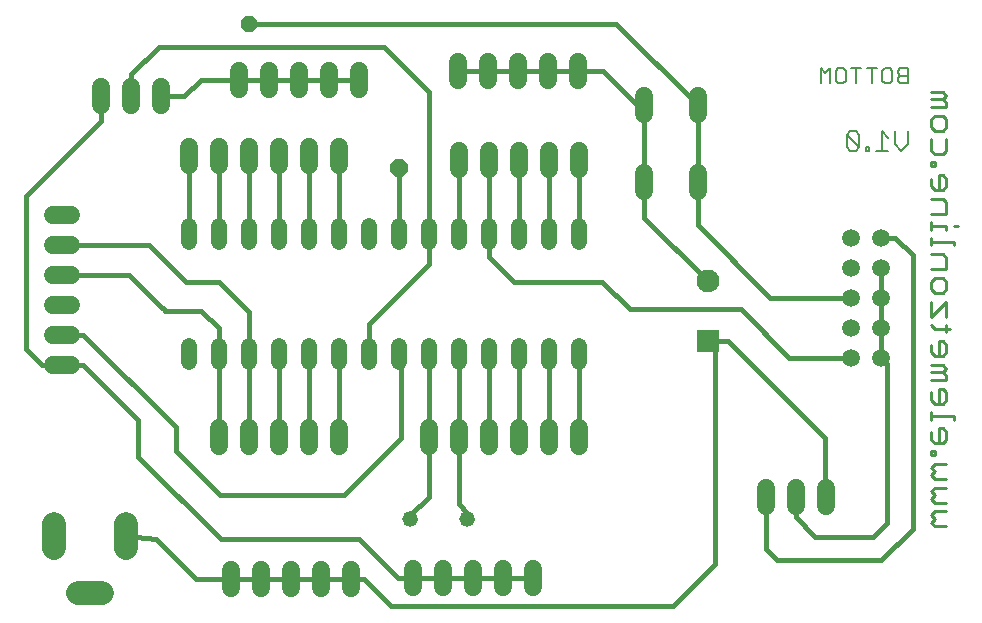
<source format=gbl>
G75*
%MOIN*%
%OFA0B0*%
%FSLAX24Y24*%
%IPPOS*%
%LPD*%
%AMOC8*
5,1,8,0,0,1.08239X$1,22.5*
%
%ADD10C,0.0110*%
%ADD11C,0.0070*%
%ADD12C,0.0060*%
%ADD13C,0.0520*%
%ADD14C,0.0760*%
%ADD15R,0.0760X0.0760*%
%ADD16C,0.0600*%
%ADD17C,0.0594*%
%ADD18C,0.0787*%
%ADD19OC8,0.0600*%
%ADD20C,0.0520*%
%ADD21C,0.0160*%
%ADD22OC8,0.0560*%
D10*
X032355Y003628D02*
X032480Y003503D01*
X032855Y003503D01*
X032480Y003754D02*
X032355Y003879D01*
X032480Y004004D01*
X032855Y004004D01*
X032480Y003754D02*
X032355Y003628D01*
X032480Y004295D02*
X032355Y004420D01*
X032480Y004545D01*
X032355Y004670D01*
X032480Y004796D01*
X032855Y004796D01*
X032855Y005087D02*
X032480Y005087D01*
X032355Y005212D01*
X032480Y005337D01*
X032355Y005462D01*
X032480Y005587D01*
X032855Y005587D01*
X032480Y005879D02*
X032480Y006004D01*
X032355Y006004D01*
X032355Y005879D01*
X032480Y005879D01*
X032480Y006275D02*
X032730Y006275D01*
X032855Y006400D01*
X032855Y006650D01*
X032730Y006775D01*
X032605Y006775D01*
X032605Y006275D01*
X032480Y006275D02*
X032355Y006400D01*
X032355Y006650D01*
X032355Y007067D02*
X032355Y007317D01*
X032355Y007192D02*
X033106Y007192D01*
X033106Y007067D01*
X032730Y007595D02*
X032480Y007595D01*
X032355Y007720D01*
X032355Y007970D01*
X032605Y008095D02*
X032605Y007595D01*
X032730Y007595D02*
X032855Y007720D01*
X032855Y007970D01*
X032730Y008095D01*
X032605Y008095D01*
X032355Y008387D02*
X032855Y008387D01*
X032855Y008512D01*
X032730Y008637D01*
X032855Y008762D01*
X032730Y008887D01*
X032355Y008887D01*
X032480Y009178D02*
X032730Y009178D01*
X032855Y009304D01*
X032855Y009554D01*
X032730Y009679D01*
X032605Y009679D01*
X032605Y009178D01*
X032480Y009178D02*
X032355Y009304D01*
X032355Y009554D01*
X032480Y010095D02*
X032355Y010221D01*
X032480Y010095D02*
X032981Y010095D01*
X032855Y009970D02*
X032855Y010221D01*
X032855Y010498D02*
X032855Y010999D01*
X032355Y010498D01*
X032355Y010999D01*
X032480Y011290D02*
X032355Y011415D01*
X032355Y011665D01*
X032480Y011791D01*
X032730Y011791D01*
X032855Y011665D01*
X032855Y011415D01*
X032730Y011290D01*
X032480Y011290D01*
X032355Y012082D02*
X032855Y012082D01*
X032855Y012457D01*
X032730Y012582D01*
X032355Y012582D01*
X032355Y012874D02*
X032355Y013124D01*
X032355Y012999D02*
X033106Y012999D01*
X033106Y012874D01*
X032855Y013402D02*
X032855Y013527D01*
X032355Y013527D01*
X032355Y013402D02*
X032355Y013652D01*
X032355Y013930D02*
X032855Y013930D01*
X032855Y014305D01*
X032730Y014430D01*
X032355Y014430D01*
X032480Y014722D02*
X032730Y014722D01*
X032855Y014847D01*
X032855Y015097D01*
X032730Y015222D01*
X032605Y015222D01*
X032605Y014722D01*
X032480Y014722D02*
X032355Y014847D01*
X032355Y015097D01*
X032355Y015513D02*
X032355Y015639D01*
X032480Y015639D01*
X032480Y015513D01*
X032355Y015513D01*
X032480Y015909D02*
X032355Y016034D01*
X032355Y016410D01*
X032855Y016410D02*
X032855Y016034D01*
X032730Y015909D01*
X032480Y015909D01*
X032480Y016701D02*
X032355Y016826D01*
X032355Y017077D01*
X032480Y017202D01*
X032730Y017202D01*
X032855Y017077D01*
X032855Y016826D01*
X032730Y016701D01*
X032480Y016701D01*
X032355Y017493D02*
X032855Y017493D01*
X032855Y017618D01*
X032730Y017743D01*
X032855Y017868D01*
X032730Y017994D01*
X032355Y017994D01*
X032355Y017743D02*
X032730Y017743D01*
X033106Y013527D02*
X033231Y013527D01*
X032730Y008637D02*
X032355Y008637D01*
X032480Y004295D02*
X032855Y004295D01*
D11*
X031565Y018285D02*
X031320Y018285D01*
X031238Y018367D01*
X031238Y018448D01*
X031320Y018530D01*
X031565Y018530D01*
X031565Y018285D02*
X031565Y018775D01*
X031320Y018775D01*
X031238Y018694D01*
X031238Y018612D01*
X031320Y018530D01*
X031049Y018367D02*
X030968Y018285D01*
X030804Y018285D01*
X030722Y018367D01*
X030722Y018694D01*
X030804Y018775D01*
X030968Y018775D01*
X031049Y018694D01*
X031049Y018367D01*
X030534Y018775D02*
X030207Y018775D01*
X030370Y018775D02*
X030370Y018285D01*
X029855Y018285D02*
X029855Y018775D01*
X030018Y018775D02*
X029691Y018775D01*
X029502Y018694D02*
X029502Y018367D01*
X029421Y018285D01*
X029257Y018285D01*
X029175Y018367D01*
X029175Y018694D01*
X029257Y018775D01*
X029421Y018775D01*
X029502Y018694D01*
X028987Y018775D02*
X028823Y018612D01*
X028660Y018775D01*
X028660Y018285D01*
X028987Y018285D02*
X028987Y018775D01*
D12*
X029638Y016671D02*
X029532Y016564D01*
X029959Y016137D01*
X029852Y016030D01*
X029638Y016030D01*
X029532Y016137D01*
X029532Y016564D01*
X029638Y016671D02*
X029852Y016671D01*
X029959Y016564D01*
X029959Y016137D01*
X030174Y016137D02*
X030174Y016030D01*
X030281Y016030D01*
X030281Y016137D01*
X030174Y016137D01*
X030498Y016030D02*
X030925Y016030D01*
X030712Y016030D02*
X030712Y016671D01*
X030925Y016457D01*
X031143Y016244D02*
X031143Y016671D01*
X031570Y016671D02*
X031570Y016244D01*
X031356Y016030D01*
X031143Y016244D01*
D13*
X020600Y013510D02*
X020600Y012990D01*
X019600Y012990D02*
X019600Y013510D01*
X018600Y013510D02*
X018600Y012990D01*
X017600Y012990D02*
X017600Y013510D01*
X016600Y013510D02*
X016600Y012990D01*
X015600Y012990D02*
X015600Y013510D01*
X014600Y013510D02*
X014600Y012990D01*
X013600Y012990D02*
X013600Y013510D01*
X012600Y013510D02*
X012600Y012990D01*
X011600Y012990D02*
X011600Y013510D01*
X010600Y013510D02*
X010600Y012990D01*
X009600Y012990D02*
X009600Y013510D01*
X008600Y013510D02*
X008600Y012990D01*
X007600Y012990D02*
X007600Y013510D01*
X007600Y009510D02*
X007600Y008990D01*
X008600Y008990D02*
X008600Y009510D01*
X009600Y009510D02*
X009600Y008990D01*
X010600Y008990D02*
X010600Y009510D01*
X011600Y009510D02*
X011600Y008990D01*
X012600Y008990D02*
X012600Y009510D01*
X013600Y009510D02*
X013600Y008990D01*
X014600Y008990D02*
X014600Y009510D01*
X015600Y009510D02*
X015600Y008990D01*
X016600Y008990D02*
X016600Y009510D01*
X017600Y009510D02*
X017600Y008990D01*
X018600Y008990D02*
X018600Y009510D01*
X019600Y009510D02*
X019600Y008990D01*
X020600Y008990D02*
X020600Y009510D01*
D14*
X024910Y011670D03*
D15*
X024910Y009670D03*
D16*
X020600Y006770D02*
X020600Y006170D01*
X019600Y006170D02*
X019600Y006770D01*
X018600Y006770D02*
X018600Y006170D01*
X017600Y006170D02*
X017600Y006770D01*
X016600Y006770D02*
X016600Y006170D01*
X015600Y006170D02*
X015600Y006770D01*
X012600Y006770D02*
X012600Y006170D01*
X011600Y006170D02*
X011600Y006770D01*
X010600Y006770D02*
X010600Y006170D01*
X009600Y006170D02*
X009600Y006770D01*
X008600Y006770D02*
X008600Y006170D01*
X003670Y008900D02*
X003070Y008900D01*
X003070Y009900D02*
X003670Y009900D01*
X003670Y010900D02*
X003070Y010900D01*
X003070Y011900D02*
X003670Y011900D01*
X003670Y012900D02*
X003070Y012900D01*
X003070Y013900D02*
X003670Y013900D01*
X007600Y015560D02*
X007600Y016160D01*
X008600Y016160D02*
X008600Y015560D01*
X009600Y015560D02*
X009600Y016160D01*
X010600Y016160D02*
X010600Y015560D01*
X011600Y015560D02*
X011600Y016160D01*
X012600Y016160D02*
X012600Y015560D01*
X012270Y018100D02*
X012270Y018700D01*
X011270Y018700D02*
X011270Y018100D01*
X010270Y018100D02*
X010270Y018700D01*
X009270Y018700D02*
X009270Y018100D01*
X006680Y018140D02*
X006680Y017540D01*
X005680Y017540D02*
X005680Y018140D01*
X004680Y018140D02*
X004680Y017540D01*
X013270Y018100D02*
X013270Y018700D01*
X016560Y018990D02*
X016560Y018390D01*
X017560Y018390D02*
X017560Y018990D01*
X018560Y018990D02*
X018560Y018390D01*
X019560Y018390D02*
X019560Y018990D01*
X020560Y018990D02*
X020560Y018390D01*
X022780Y017850D02*
X022780Y017250D01*
X024560Y017250D02*
X024560Y017850D01*
X020600Y016020D02*
X020600Y015420D01*
X019600Y015420D02*
X019600Y016020D01*
X018600Y016020D02*
X018600Y015420D01*
X017600Y015420D02*
X017600Y016020D01*
X016600Y016020D02*
X016600Y015420D01*
X022780Y015290D02*
X022780Y014690D01*
X024560Y014690D02*
X024560Y015290D01*
X026830Y004790D02*
X026830Y004190D01*
X027830Y004190D02*
X027830Y004790D01*
X028830Y004790D02*
X028830Y004190D01*
X019090Y002090D02*
X019090Y001490D01*
X018090Y001490D02*
X018090Y002090D01*
X017090Y002090D02*
X017090Y001490D01*
X016090Y001490D02*
X016090Y002090D01*
X015090Y002090D02*
X015090Y001490D01*
X013020Y001460D02*
X013020Y002060D01*
X012020Y002060D02*
X012020Y001460D01*
X011020Y001460D02*
X011020Y002060D01*
X010020Y002060D02*
X010020Y001460D01*
X009020Y001460D02*
X009020Y002060D01*
D17*
X029670Y009130D03*
X030670Y009130D03*
X030670Y010130D03*
X029670Y010130D03*
X029670Y011130D03*
X030670Y011130D03*
X030670Y012130D03*
X029670Y012130D03*
X029670Y013130D03*
X030670Y013130D03*
D18*
X004694Y001290D02*
X003906Y001290D01*
X003119Y002786D02*
X003119Y003574D01*
X005520Y003574D02*
X005520Y002786D01*
D19*
X014600Y015450D03*
D20*
X014990Y003750D03*
X016890Y003750D03*
D21*
X016890Y003960D01*
X016600Y004250D01*
X016600Y006470D01*
X016600Y009250D01*
X015600Y009250D02*
X015600Y006470D01*
X015600Y004500D01*
X014990Y003890D01*
X014990Y003750D01*
X013280Y003070D02*
X008670Y003070D01*
X005920Y005820D01*
X005920Y007060D01*
X004080Y008900D01*
X003370Y008900D01*
X002700Y008900D01*
X002170Y009430D01*
X002170Y014510D01*
X004680Y017020D01*
X004680Y017840D01*
X005680Y017840D02*
X005680Y018580D01*
X006600Y019500D01*
X014100Y019500D01*
X015600Y018000D01*
X015600Y013250D01*
X015600Y012250D01*
X013600Y010250D01*
X013600Y009250D01*
X012600Y009250D02*
X012600Y006470D01*
X011600Y006470D02*
X011600Y009250D01*
X010600Y009250D02*
X010600Y006470D01*
X009600Y006470D02*
X009600Y009250D01*
X009600Y010650D01*
X008610Y011640D01*
X007520Y011640D01*
X006260Y012900D01*
X003370Y012900D01*
X003370Y011900D02*
X005620Y011900D01*
X006685Y010835D01*
X006760Y010760D01*
X006820Y010700D01*
X008020Y010700D01*
X008600Y010120D01*
X008600Y009250D01*
X008600Y006470D01*
X007160Y006830D02*
X007160Y006020D01*
X008630Y004550D01*
X012760Y004550D01*
X014670Y006460D01*
X014670Y009180D01*
X014600Y009250D01*
X017600Y009250D02*
X017600Y006470D01*
X018600Y006470D02*
X018600Y009250D01*
X019600Y009250D02*
X019600Y006470D01*
X020600Y006470D02*
X020600Y009250D01*
X022300Y010740D02*
X021390Y011650D01*
X018450Y011650D01*
X017600Y012500D01*
X017600Y013250D01*
X017600Y015720D01*
X016600Y015720D02*
X016600Y013250D01*
X014600Y013250D02*
X014600Y015450D01*
X012600Y015860D02*
X012600Y013250D01*
X011600Y013250D02*
X011600Y015860D01*
X010600Y015860D02*
X010600Y013250D01*
X009600Y013250D02*
X009600Y015860D01*
X008600Y015860D02*
X008600Y013250D01*
X007600Y013250D02*
X007600Y015860D01*
X007440Y017840D02*
X006680Y017840D01*
X007440Y017840D02*
X008000Y018400D01*
X009270Y018400D01*
X010270Y018400D01*
X011270Y018400D01*
X012270Y018400D01*
X013270Y018400D01*
X016560Y018690D02*
X017560Y018690D01*
X018560Y018690D01*
X019560Y018690D01*
X020560Y018690D01*
X021410Y018690D01*
X022550Y017550D01*
X022780Y017550D01*
X022780Y014990D01*
X022780Y013800D01*
X024910Y011670D01*
X026000Y010740D02*
X022300Y010740D01*
X024910Y009670D02*
X025140Y009440D01*
X025140Y002260D01*
X023740Y000860D01*
X014340Y000860D01*
X013440Y001760D01*
X013020Y001760D01*
X012020Y001760D01*
X011020Y001760D01*
X010020Y001760D01*
X009020Y001760D01*
X009010Y001750D01*
X007850Y001750D01*
X006520Y003080D01*
X005520Y003180D01*
X007160Y006830D02*
X004090Y009900D01*
X003370Y009900D01*
X013280Y003070D02*
X014560Y001790D01*
X015090Y001790D01*
X016090Y001790D01*
X017090Y001790D01*
X018090Y001790D01*
X019090Y001790D01*
X026850Y002750D02*
X026850Y004470D01*
X026830Y004490D01*
X027830Y004490D02*
X027830Y003810D01*
X028480Y003160D01*
X030420Y003160D01*
X030890Y003630D01*
X030890Y008910D01*
X030670Y009130D01*
X030670Y010130D01*
X030670Y011130D01*
X030670Y012130D01*
X031150Y013130D02*
X031740Y012540D01*
X031740Y003430D01*
X030690Y002380D01*
X027220Y002380D01*
X026850Y002750D01*
X028830Y004490D02*
X028810Y005260D01*
X028810Y006440D01*
X025580Y009670D01*
X024910Y009670D01*
X026000Y010740D02*
X027610Y009130D01*
X029670Y009130D01*
X029670Y011130D02*
X026970Y011130D01*
X024560Y013540D01*
X024560Y014990D01*
X024560Y017540D01*
X021850Y020250D01*
X009600Y020250D01*
X018600Y015720D02*
X018600Y013250D01*
X019600Y013250D02*
X019600Y015720D01*
X020600Y015720D02*
X020600Y013250D01*
X024560Y014990D02*
X024560Y017550D01*
X030670Y013130D02*
X031150Y013130D01*
D22*
X009600Y020250D03*
M02*

</source>
